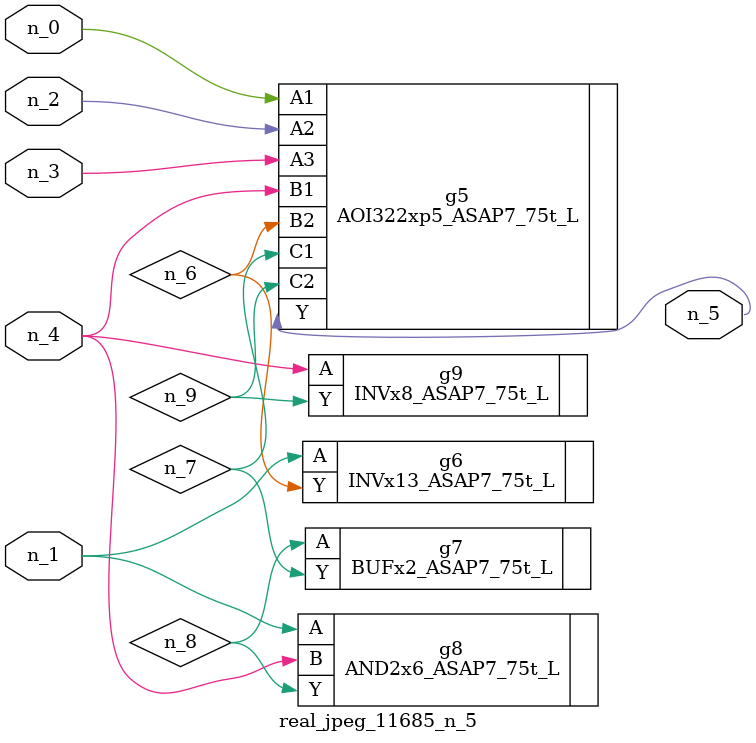
<source format=v>
module real_jpeg_11685_n_5 (n_4, n_0, n_1, n_2, n_3, n_5);

input n_4;
input n_0;
input n_1;
input n_2;
input n_3;

output n_5;

wire n_8;
wire n_6;
wire n_7;
wire n_9;

AOI322xp5_ASAP7_75t_L g5 ( 
.A1(n_0),
.A2(n_2),
.A3(n_3),
.B1(n_4),
.B2(n_6),
.C1(n_7),
.C2(n_9),
.Y(n_5)
);

INVx13_ASAP7_75t_L g6 ( 
.A(n_1),
.Y(n_6)
);

AND2x6_ASAP7_75t_L g8 ( 
.A(n_1),
.B(n_4),
.Y(n_8)
);

INVx8_ASAP7_75t_L g9 ( 
.A(n_4),
.Y(n_9)
);

BUFx2_ASAP7_75t_L g7 ( 
.A(n_8),
.Y(n_7)
);


endmodule
</source>
